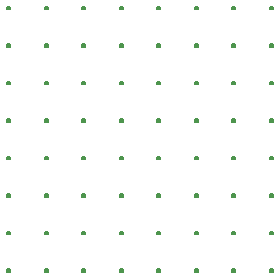
<source format=gto>
G75*
%MOIN*%
%OFA0B0*%
%FSLAX25Y25*%
%IPPOS*%
%LPD*%
%AMOC8*
5,1,8,0,0,1.08239X$1,22.5*
%
%ADD10C,0.00500*%
D10*
X0060799Y0257874D02*
X0060799Y0258268D01*
X0060799Y0258662D01*
X0061736Y0258662D01*
X0061736Y0257874D01*
X0060799Y0257874D01*
X0060799Y0258268D02*
X0061342Y0258268D01*
X0073299Y0258268D02*
X0073299Y0257874D01*
X0074236Y0257874D01*
X0074236Y0258662D01*
X0073299Y0258662D01*
X0073299Y0258268D01*
X0073842Y0258268D01*
X0085799Y0258268D02*
X0085799Y0257874D01*
X0086736Y0257874D01*
X0086736Y0258662D01*
X0085799Y0258662D01*
X0085799Y0258268D01*
X0086342Y0258268D01*
X0098299Y0258268D02*
X0098299Y0257874D01*
X0099236Y0257874D01*
X0099236Y0258662D01*
X0098299Y0258662D01*
X0098299Y0258268D01*
X0098842Y0258268D01*
X0110799Y0258268D02*
X0110799Y0257874D01*
X0111736Y0257874D01*
X0111736Y0258662D01*
X0110799Y0258662D01*
X0110799Y0258268D01*
X0111342Y0258268D01*
X0123299Y0258268D02*
X0123299Y0257874D01*
X0124236Y0257874D01*
X0124236Y0258662D01*
X0123299Y0258662D01*
X0123299Y0258268D01*
X0123842Y0258268D01*
X0135799Y0258268D02*
X0135799Y0257874D01*
X0136736Y0257874D01*
X0136736Y0258662D01*
X0135799Y0258662D01*
X0135799Y0258268D01*
X0136342Y0258268D01*
X0148299Y0258268D02*
X0148299Y0257874D01*
X0149236Y0257874D01*
X0149236Y0258662D01*
X0148299Y0258662D01*
X0148299Y0258268D01*
X0148842Y0258268D01*
X0149236Y0270374D02*
X0148299Y0270374D01*
X0148299Y0270768D01*
X0148299Y0271162D01*
X0149236Y0271162D01*
X0149236Y0270374D01*
X0148842Y0270768D02*
X0148299Y0270768D01*
X0136736Y0270374D02*
X0135799Y0270374D01*
X0135799Y0270768D01*
X0135799Y0271162D01*
X0136736Y0271162D01*
X0136736Y0270374D01*
X0136342Y0270768D02*
X0135799Y0270768D01*
X0124236Y0270374D02*
X0123299Y0270374D01*
X0123299Y0270768D01*
X0123299Y0271162D01*
X0124236Y0271162D01*
X0124236Y0270374D01*
X0123842Y0270768D02*
X0123299Y0270768D01*
X0111736Y0270374D02*
X0110799Y0270374D01*
X0110799Y0270768D01*
X0110799Y0271162D01*
X0111736Y0271162D01*
X0111736Y0270374D01*
X0111342Y0270768D02*
X0110799Y0270768D01*
X0099236Y0270374D02*
X0098299Y0270374D01*
X0098299Y0270768D01*
X0098299Y0271162D01*
X0099236Y0271162D01*
X0099236Y0270374D01*
X0098842Y0270768D02*
X0098299Y0270768D01*
X0086736Y0270374D02*
X0085799Y0270374D01*
X0085799Y0270768D01*
X0085799Y0271162D01*
X0086736Y0271162D01*
X0086736Y0270374D01*
X0086342Y0270768D02*
X0085799Y0270768D01*
X0074236Y0270374D02*
X0073299Y0270374D01*
X0073299Y0270768D01*
X0073299Y0271162D01*
X0074236Y0271162D01*
X0074236Y0270374D01*
X0073842Y0270768D02*
X0073299Y0270768D01*
X0061736Y0270374D02*
X0060799Y0270374D01*
X0060799Y0270768D01*
X0060799Y0271162D01*
X0061736Y0271162D01*
X0061736Y0270374D01*
X0061342Y0270768D02*
X0060799Y0270768D01*
X0060799Y0282874D02*
X0060799Y0283268D01*
X0060799Y0283662D01*
X0061736Y0283662D01*
X0061736Y0282874D01*
X0060799Y0282874D01*
X0060799Y0283268D02*
X0061342Y0283268D01*
X0073299Y0283268D02*
X0073299Y0282874D01*
X0074236Y0282874D01*
X0074236Y0283662D01*
X0073299Y0283662D01*
X0073299Y0283268D01*
X0073842Y0283268D01*
X0085799Y0283268D02*
X0085799Y0282874D01*
X0086736Y0282874D01*
X0086736Y0283662D01*
X0085799Y0283662D01*
X0085799Y0283268D01*
X0086342Y0283268D01*
X0098299Y0283268D02*
X0098299Y0282874D01*
X0099236Y0282874D01*
X0099236Y0283662D01*
X0098299Y0283662D01*
X0098299Y0283268D01*
X0098842Y0283268D01*
X0110799Y0283268D02*
X0110799Y0282874D01*
X0111736Y0282874D01*
X0111736Y0283662D01*
X0110799Y0283662D01*
X0110799Y0283268D01*
X0111342Y0283268D01*
X0123299Y0283268D02*
X0123299Y0282874D01*
X0124236Y0282874D01*
X0124236Y0283662D01*
X0123299Y0283662D01*
X0123299Y0283268D01*
X0123842Y0283268D01*
X0135799Y0283268D02*
X0135799Y0282874D01*
X0136736Y0282874D01*
X0136736Y0283662D01*
X0135799Y0283662D01*
X0135799Y0283268D01*
X0136342Y0283268D01*
X0148299Y0283268D02*
X0148299Y0282874D01*
X0149236Y0282874D01*
X0149236Y0283662D01*
X0148299Y0283662D01*
X0148299Y0283268D01*
X0148842Y0283268D01*
X0149236Y0295374D02*
X0148299Y0295374D01*
X0148299Y0295768D01*
X0148299Y0296162D01*
X0149236Y0296162D01*
X0149236Y0295374D01*
X0148842Y0295768D02*
X0148299Y0295768D01*
X0136736Y0295374D02*
X0135799Y0295374D01*
X0135799Y0295768D01*
X0135799Y0296162D01*
X0136736Y0296162D01*
X0136736Y0295374D01*
X0136342Y0295768D02*
X0135799Y0295768D01*
X0124236Y0295374D02*
X0123299Y0295374D01*
X0123299Y0295768D01*
X0123299Y0296162D01*
X0124236Y0296162D01*
X0124236Y0295374D01*
X0123842Y0295768D02*
X0123299Y0295768D01*
X0111736Y0295374D02*
X0110799Y0295374D01*
X0110799Y0295768D01*
X0110799Y0296162D01*
X0111736Y0296162D01*
X0111736Y0295374D01*
X0111342Y0295768D02*
X0110799Y0295768D01*
X0099236Y0295374D02*
X0098299Y0295374D01*
X0098299Y0295768D01*
X0098299Y0296162D01*
X0099236Y0296162D01*
X0099236Y0295374D01*
X0098842Y0295768D02*
X0098299Y0295768D01*
X0086736Y0295374D02*
X0085799Y0295374D01*
X0085799Y0295768D01*
X0085799Y0296162D01*
X0086736Y0296162D01*
X0086736Y0295374D01*
X0086342Y0295768D02*
X0085799Y0295768D01*
X0074236Y0295374D02*
X0073299Y0295374D01*
X0073299Y0295768D01*
X0073299Y0296162D01*
X0074236Y0296162D01*
X0074236Y0295374D01*
X0073842Y0295768D02*
X0073299Y0295768D01*
X0061736Y0295374D02*
X0060799Y0295374D01*
X0060799Y0295768D01*
X0060799Y0296162D01*
X0061736Y0296162D01*
X0061736Y0295374D01*
X0061342Y0295768D02*
X0060799Y0295768D01*
X0060799Y0307874D02*
X0060799Y0308268D01*
X0060799Y0308662D01*
X0061736Y0308662D01*
X0061736Y0307874D01*
X0060799Y0307874D01*
X0060799Y0308268D02*
X0061342Y0308268D01*
X0073299Y0308268D02*
X0073299Y0307874D01*
X0074236Y0307874D01*
X0074236Y0308662D01*
X0073299Y0308662D01*
X0073299Y0308268D01*
X0073842Y0308268D01*
X0085799Y0308268D02*
X0085799Y0307874D01*
X0086736Y0307874D01*
X0086736Y0308662D01*
X0085799Y0308662D01*
X0085799Y0308268D01*
X0086342Y0308268D01*
X0098299Y0308268D02*
X0098299Y0307874D01*
X0099236Y0307874D01*
X0099236Y0308662D01*
X0098299Y0308662D01*
X0098299Y0308268D01*
X0098842Y0308268D01*
X0110799Y0308268D02*
X0110799Y0307874D01*
X0111736Y0307874D01*
X0111736Y0308662D01*
X0110799Y0308662D01*
X0110799Y0308268D01*
X0111342Y0308268D01*
X0123299Y0308268D02*
X0123299Y0307874D01*
X0124236Y0307874D01*
X0124236Y0308662D01*
X0123299Y0308662D01*
X0123299Y0308268D01*
X0123842Y0308268D01*
X0135799Y0308268D02*
X0135799Y0307874D01*
X0136736Y0307874D01*
X0136736Y0308662D01*
X0135799Y0308662D01*
X0135799Y0308268D01*
X0136342Y0308268D01*
X0148299Y0308268D02*
X0148299Y0307874D01*
X0149236Y0307874D01*
X0149236Y0308662D01*
X0148299Y0308662D01*
X0148299Y0308268D01*
X0148842Y0308268D01*
X0149236Y0320374D02*
X0148299Y0320374D01*
X0148299Y0320768D01*
X0148299Y0321162D01*
X0149236Y0321162D01*
X0149236Y0320374D01*
X0148842Y0320768D02*
X0148299Y0320768D01*
X0136736Y0320374D02*
X0135799Y0320374D01*
X0135799Y0320768D01*
X0135799Y0321162D01*
X0136736Y0321162D01*
X0136736Y0320374D01*
X0136342Y0320768D02*
X0135799Y0320768D01*
X0124236Y0320374D02*
X0123299Y0320374D01*
X0123299Y0320768D01*
X0123299Y0321162D01*
X0124236Y0321162D01*
X0124236Y0320374D01*
X0123842Y0320768D02*
X0123299Y0320768D01*
X0111736Y0320374D02*
X0110799Y0320374D01*
X0110799Y0320768D01*
X0110799Y0321162D01*
X0111736Y0321162D01*
X0111736Y0320374D01*
X0111342Y0320768D02*
X0110799Y0320768D01*
X0099236Y0320374D02*
X0098299Y0320374D01*
X0098299Y0320768D01*
X0098299Y0321162D01*
X0099236Y0321162D01*
X0099236Y0320374D01*
X0098842Y0320768D02*
X0098299Y0320768D01*
X0086736Y0320374D02*
X0085799Y0320374D01*
X0085799Y0320768D01*
X0085799Y0321162D01*
X0086736Y0321162D01*
X0086736Y0320374D01*
X0086342Y0320768D02*
X0085799Y0320768D01*
X0074236Y0320374D02*
X0073299Y0320374D01*
X0073299Y0320768D01*
X0073299Y0321162D01*
X0074236Y0321162D01*
X0074236Y0320374D01*
X0073842Y0320768D02*
X0073299Y0320768D01*
X0061736Y0320374D02*
X0060799Y0320374D01*
X0060799Y0320768D01*
X0060799Y0321162D01*
X0061736Y0321162D01*
X0061736Y0320374D01*
X0061342Y0320768D02*
X0060799Y0320768D01*
X0060799Y0332874D02*
X0060799Y0333268D01*
X0060799Y0333662D01*
X0061736Y0333662D01*
X0061736Y0332874D01*
X0060799Y0332874D01*
X0060799Y0333268D02*
X0061342Y0333268D01*
X0073299Y0333268D02*
X0073299Y0332874D01*
X0074236Y0332874D01*
X0074236Y0333662D01*
X0073299Y0333662D01*
X0073299Y0333268D01*
X0073842Y0333268D01*
X0085799Y0333268D02*
X0085799Y0332874D01*
X0086736Y0332874D01*
X0086736Y0333662D01*
X0085799Y0333662D01*
X0085799Y0333268D01*
X0086342Y0333268D01*
X0098299Y0333268D02*
X0098299Y0332874D01*
X0099236Y0332874D01*
X0099236Y0333662D01*
X0098299Y0333662D01*
X0098299Y0333268D01*
X0098842Y0333268D01*
X0110799Y0333268D02*
X0110799Y0332874D01*
X0111736Y0332874D01*
X0111736Y0333662D01*
X0110799Y0333662D01*
X0110799Y0333268D01*
X0111342Y0333268D01*
X0123299Y0333268D02*
X0123299Y0332874D01*
X0124236Y0332874D01*
X0124236Y0333662D01*
X0123299Y0333662D01*
X0123299Y0333268D01*
X0123842Y0333268D01*
X0135799Y0333268D02*
X0135799Y0332874D01*
X0136736Y0332874D01*
X0136736Y0333662D01*
X0135799Y0333662D01*
X0135799Y0333268D01*
X0136342Y0333268D01*
X0148299Y0333268D02*
X0148299Y0332874D01*
X0149236Y0332874D01*
X0149236Y0333662D01*
X0148299Y0333662D01*
X0148299Y0333268D01*
X0148842Y0333268D01*
X0149236Y0345374D02*
X0148299Y0345374D01*
X0148299Y0345768D01*
X0148299Y0346162D01*
X0149236Y0346162D01*
X0149236Y0345374D01*
X0148842Y0345768D02*
X0148299Y0345768D01*
X0136736Y0345374D02*
X0135799Y0345374D01*
X0135799Y0345768D01*
X0135799Y0346162D01*
X0136736Y0346162D01*
X0136736Y0345374D01*
X0136342Y0345768D02*
X0135799Y0345768D01*
X0124236Y0345374D02*
X0123299Y0345374D01*
X0123299Y0345768D01*
X0123299Y0346162D01*
X0124236Y0346162D01*
X0124236Y0345374D01*
X0123842Y0345768D02*
X0123299Y0345768D01*
X0111736Y0345374D02*
X0110799Y0345374D01*
X0110799Y0345768D01*
X0110799Y0346162D01*
X0111736Y0346162D01*
X0111736Y0345374D01*
X0111342Y0345768D02*
X0110799Y0345768D01*
X0099236Y0345374D02*
X0098299Y0345374D01*
X0098299Y0345768D01*
X0098299Y0346162D01*
X0099236Y0346162D01*
X0099236Y0345374D01*
X0098842Y0345768D02*
X0098299Y0345768D01*
X0086736Y0345374D02*
X0085799Y0345374D01*
X0085799Y0345768D01*
X0085799Y0346162D01*
X0086736Y0346162D01*
X0086736Y0345374D01*
X0086342Y0345768D02*
X0085799Y0345768D01*
X0074236Y0345374D02*
X0073299Y0345374D01*
X0073299Y0345768D01*
X0073299Y0346162D01*
X0074236Y0346162D01*
X0074236Y0345374D01*
X0073842Y0345768D02*
X0073299Y0345768D01*
X0061736Y0345374D02*
X0060799Y0345374D01*
X0060799Y0345768D01*
X0060799Y0346162D01*
X0061736Y0346162D01*
X0061736Y0345374D01*
X0061342Y0345768D02*
X0060799Y0345768D01*
M02*

</source>
